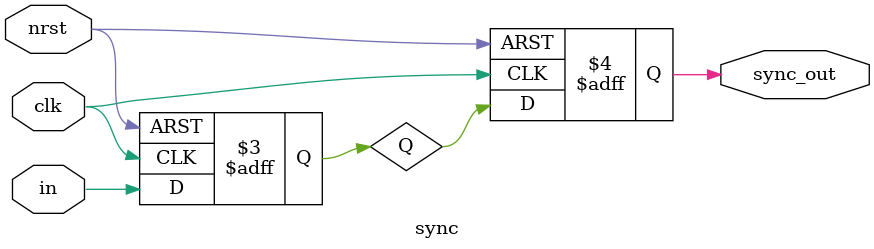
<source format=sv>
`timescale 1ns / 1ps


module sync #(N = 1) (
    input logic clk, nrst,
    input logic [N-1:0] in,
    output logic [N-1:0] sync_out
);

logic [N-1:0] Q;

always_ff @(posedge clk, negedge nrst) begin
    if(~nrst) begin
        Q <= '0;
        sync_out <= '0;
    end
    
    else begin
        Q <= in;
        sync_out <= Q;
    end
end
endmodule

</source>
